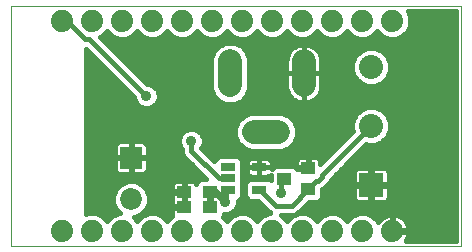
<source format=gtl>
G75*
%MOIN*%
%OFA0B0*%
%FSLAX25Y25*%
%IPPOS*%
%LPD*%
%AMOC8*
5,1,8,0,0,1.08239X$1,22.5*
%
%ADD10C,0.00000*%
%ADD11R,0.04724X0.03937*%
%ADD12R,0.04500X0.04000*%
%ADD13R,0.08000X0.08000*%
%ADD14C,0.08000*%
%ADD15C,0.08000*%
%ADD16R,0.07283X0.07283*%
%ADD17C,0.07283*%
%ADD18C,0.07400*%
%ADD19R,0.04724X0.02717*%
%ADD20C,0.01600*%
%ADD21C,0.03562*%
%ADD22C,0.02400*%
D10*
X0088000Y0011800D02*
X0088000Y0091800D01*
X0238000Y0091800D01*
X0238000Y0011800D01*
X0088000Y0011800D01*
D11*
X0145677Y0024792D03*
X0154339Y0024792D03*
X0154339Y0029792D03*
X0145677Y0029792D03*
D12*
X0179000Y0034280D03*
X0187000Y0030780D03*
X0187000Y0037780D03*
D13*
X0208000Y0032115D03*
D14*
X0208000Y0051800D03*
X0208000Y0071485D03*
D15*
X0185500Y0073300D02*
X0185500Y0065300D01*
X0161000Y0065300D02*
X0161000Y0073300D01*
X0169000Y0049800D02*
X0177000Y0049800D01*
D16*
X0128000Y0041190D03*
D17*
X0128000Y0027410D03*
D18*
X0125000Y0016800D03*
X0115000Y0016800D03*
X0105000Y0016800D03*
X0135000Y0016800D03*
X0145000Y0016800D03*
X0155000Y0016800D03*
X0165000Y0016800D03*
X0175000Y0016800D03*
X0185000Y0016800D03*
X0195000Y0016800D03*
X0205000Y0016800D03*
X0215000Y0016800D03*
X0215000Y0086800D03*
X0205000Y0086800D03*
X0195000Y0086800D03*
X0185000Y0086800D03*
X0175000Y0086800D03*
X0165000Y0086800D03*
X0155000Y0086800D03*
X0145000Y0086800D03*
X0135000Y0086800D03*
X0125000Y0086800D03*
X0115000Y0086800D03*
X0105000Y0086800D03*
D19*
X0160401Y0038040D03*
X0160401Y0034300D03*
X0160401Y0030560D03*
X0170638Y0030560D03*
X0170638Y0038040D03*
D20*
X0166476Y0038040D01*
X0166476Y0036445D01*
X0166599Y0035987D01*
X0166836Y0035577D01*
X0167171Y0035242D01*
X0167581Y0035005D01*
X0168039Y0034882D01*
X0170638Y0034882D01*
X0170638Y0038040D01*
X0170638Y0038040D01*
X0170638Y0038040D01*
X0166476Y0038040D01*
X0166476Y0039635D01*
X0166599Y0040093D01*
X0166836Y0040504D01*
X0167171Y0040839D01*
X0167581Y0041076D01*
X0168039Y0041198D01*
X0170638Y0041198D01*
X0170638Y0038040D01*
X0170638Y0034882D01*
X0173237Y0034882D01*
X0173695Y0035005D01*
X0174106Y0035242D01*
X0174441Y0035577D01*
X0174450Y0035593D01*
X0174450Y0033721D01*
X0173953Y0034218D01*
X0167323Y0034218D01*
X0165976Y0032871D01*
X0165976Y0028249D01*
X0167323Y0026902D01*
X0170243Y0026902D01*
X0173681Y0023463D01*
X0174344Y0022800D01*
X0173807Y0022800D01*
X0171601Y0021887D01*
X0170000Y0020285D01*
X0168399Y0021887D01*
X0166193Y0022800D01*
X0163807Y0022800D01*
X0161601Y0021887D01*
X0160000Y0020285D01*
X0158708Y0021578D01*
X0159001Y0021871D01*
X0159001Y0022419D01*
X0160212Y0022419D01*
X0161712Y0023040D01*
X0162860Y0024188D01*
X0163481Y0025688D01*
X0163481Y0026902D01*
X0163716Y0026902D01*
X0165063Y0028249D01*
X0165063Y0040351D01*
X0163716Y0041698D01*
X0157086Y0041698D01*
X0155739Y0040351D01*
X0155739Y0040113D01*
X0151412Y0044440D01*
X0151460Y0044488D01*
X0152081Y0045988D01*
X0152081Y0047612D01*
X0151460Y0049112D01*
X0150312Y0050260D01*
X0148812Y0050881D01*
X0147188Y0050881D01*
X0145688Y0050260D01*
X0144540Y0049112D01*
X0143919Y0047612D01*
X0143919Y0045988D01*
X0144540Y0044488D01*
X0144900Y0044128D01*
X0144900Y0042852D01*
X0145372Y0041712D01*
X0153024Y0034061D01*
X0151024Y0034061D01*
X0149676Y0032713D01*
X0149676Y0032525D01*
X0149480Y0032866D01*
X0149145Y0033201D01*
X0148734Y0033438D01*
X0148276Y0033561D01*
X0145861Y0033561D01*
X0145861Y0029976D01*
X0145493Y0029976D01*
X0145493Y0029608D01*
X0141515Y0029608D01*
X0141515Y0027587D01*
X0141594Y0027292D01*
X0141515Y0026998D01*
X0141515Y0024976D01*
X0145493Y0024976D01*
X0145493Y0024608D01*
X0141515Y0024608D01*
X0141515Y0022587D01*
X0141638Y0022129D01*
X0141744Y0021945D01*
X0141601Y0021887D01*
X0140000Y0020285D01*
X0138399Y0021887D01*
X0136193Y0022800D01*
X0133807Y0022800D01*
X0131601Y0021887D01*
X0130000Y0020285D01*
X0128817Y0021469D01*
X0129182Y0021469D01*
X0131366Y0022373D01*
X0133037Y0024045D01*
X0133942Y0026228D01*
X0133942Y0028592D01*
X0133037Y0030776D01*
X0131366Y0032447D01*
X0129182Y0033352D01*
X0126818Y0033352D01*
X0124634Y0032447D01*
X0122963Y0030776D01*
X0122058Y0028592D01*
X0122058Y0026228D01*
X0122963Y0024045D01*
X0124207Y0022800D01*
X0123807Y0022800D01*
X0121601Y0021887D01*
X0120000Y0020285D01*
X0118399Y0021887D01*
X0116193Y0022800D01*
X0113807Y0022800D01*
X0113000Y0022466D01*
X0113000Y0077416D01*
X0128919Y0061497D01*
X0128919Y0060988D01*
X0129540Y0059488D01*
X0130688Y0058340D01*
X0132188Y0057719D01*
X0133812Y0057719D01*
X0135312Y0058340D01*
X0136460Y0059488D01*
X0137081Y0060988D01*
X0137081Y0062612D01*
X0136460Y0064112D01*
X0135312Y0065260D01*
X0133812Y0065881D01*
X0133303Y0065881D01*
X0117742Y0081442D01*
X0118399Y0081713D01*
X0120000Y0083315D01*
X0121601Y0081713D01*
X0123807Y0080800D01*
X0126193Y0080800D01*
X0128399Y0081713D01*
X0130000Y0083315D01*
X0131601Y0081713D01*
X0133807Y0080800D01*
X0136193Y0080800D01*
X0138399Y0081713D01*
X0140000Y0083315D01*
X0141601Y0081713D01*
X0143807Y0080800D01*
X0146193Y0080800D01*
X0148399Y0081713D01*
X0150000Y0083315D01*
X0151601Y0081713D01*
X0153807Y0080800D01*
X0156193Y0080800D01*
X0158399Y0081713D01*
X0160000Y0083315D01*
X0161601Y0081713D01*
X0163807Y0080800D01*
X0166193Y0080800D01*
X0168399Y0081713D01*
X0170000Y0083315D01*
X0171601Y0081713D01*
X0173807Y0080800D01*
X0176193Y0080800D01*
X0178399Y0081713D01*
X0180000Y0083315D01*
X0181601Y0081713D01*
X0183807Y0080800D01*
X0186193Y0080800D01*
X0188399Y0081713D01*
X0190000Y0083315D01*
X0191601Y0081713D01*
X0193807Y0080800D01*
X0196193Y0080800D01*
X0198399Y0081713D01*
X0200000Y0083315D01*
X0201601Y0081713D01*
X0203807Y0080800D01*
X0206193Y0080800D01*
X0208399Y0081713D01*
X0210000Y0083315D01*
X0211601Y0081713D01*
X0213807Y0080800D01*
X0216193Y0080800D01*
X0218399Y0081713D01*
X0220087Y0083401D01*
X0221000Y0085607D01*
X0221000Y0087993D01*
X0220169Y0090000D01*
X0236200Y0090000D01*
X0236200Y0013600D01*
X0219473Y0013600D01*
X0219704Y0013917D01*
X0220097Y0014689D01*
X0220365Y0015512D01*
X0220500Y0016367D01*
X0220500Y0016600D01*
X0215200Y0016600D01*
X0215200Y0017000D01*
X0214800Y0017000D01*
X0214800Y0022300D01*
X0214567Y0022300D01*
X0213712Y0022165D01*
X0212889Y0021897D01*
X0212117Y0021504D01*
X0211417Y0020995D01*
X0210805Y0020383D01*
X0210299Y0019686D01*
X0210087Y0020199D01*
X0208399Y0021887D01*
X0206193Y0022800D01*
X0203807Y0022800D01*
X0201601Y0021887D01*
X0200000Y0020285D01*
X0198399Y0021887D01*
X0196193Y0022800D01*
X0193807Y0022800D01*
X0191601Y0021887D01*
X0190000Y0020285D01*
X0188399Y0021887D01*
X0186193Y0022800D01*
X0183807Y0022800D01*
X0181601Y0021887D01*
X0180000Y0020285D01*
X0178399Y0021887D01*
X0177838Y0022119D01*
X0182055Y0022119D01*
X0183195Y0022591D01*
X0187084Y0026480D01*
X0190203Y0026480D01*
X0191550Y0027828D01*
X0191550Y0030683D01*
X0191959Y0030852D01*
X0192831Y0031724D01*
X0193306Y0032200D01*
X0194178Y0033072D01*
X0194547Y0033963D01*
X0206278Y0045694D01*
X0206747Y0045500D01*
X0209253Y0045500D01*
X0211569Y0046459D01*
X0213341Y0048231D01*
X0214300Y0050547D01*
X0214300Y0053053D01*
X0213341Y0055369D01*
X0211569Y0057141D01*
X0209253Y0058100D01*
X0206747Y0058100D01*
X0204431Y0057141D01*
X0202659Y0055369D01*
X0201700Y0053053D01*
X0201700Y0050547D01*
X0201894Y0050078D01*
X0191050Y0039234D01*
X0191050Y0040017D01*
X0190927Y0040475D01*
X0190690Y0040886D01*
X0190355Y0041221D01*
X0189945Y0041458D01*
X0189487Y0041580D01*
X0187200Y0041580D01*
X0187200Y0037980D01*
X0186800Y0037980D01*
X0186800Y0037580D01*
X0183203Y0037580D01*
X0182203Y0038580D01*
X0175797Y0038580D01*
X0174800Y0037583D01*
X0174800Y0038040D01*
X0170638Y0038040D01*
X0170638Y0038040D01*
X0170638Y0038040D01*
X0170638Y0041198D01*
X0173237Y0041198D01*
X0173695Y0041076D01*
X0174106Y0040839D01*
X0174441Y0040504D01*
X0174678Y0040093D01*
X0174800Y0039635D01*
X0174800Y0038040D01*
X0170638Y0038040D01*
X0170638Y0037376D02*
X0170638Y0037376D01*
X0170638Y0035778D02*
X0170638Y0035778D01*
X0167284Y0034179D02*
X0165063Y0034179D01*
X0165063Y0032581D02*
X0165976Y0032581D01*
X0165976Y0030982D02*
X0165063Y0030982D01*
X0165063Y0029384D02*
X0165976Y0029384D01*
X0166440Y0027785D02*
X0164600Y0027785D01*
X0163481Y0026187D02*
X0170958Y0026187D01*
X0172556Y0024588D02*
X0163025Y0024588D01*
X0161590Y0022990D02*
X0174155Y0022990D01*
X0176310Y0025219D02*
X0181439Y0025219D01*
X0187000Y0030780D01*
X0189700Y0033480D01*
X0190203Y0033480D01*
X0191550Y0034828D01*
X0191550Y0035350D01*
X0208000Y0051800D01*
X0214300Y0051763D02*
X0236200Y0051763D01*
X0236200Y0053361D02*
X0214172Y0053361D01*
X0213510Y0054960D02*
X0236200Y0054960D01*
X0236200Y0056558D02*
X0212151Y0056558D01*
X0203849Y0056558D02*
X0113000Y0056558D01*
X0113000Y0054960D02*
X0165250Y0054960D01*
X0165431Y0055141D02*
X0163659Y0053369D01*
X0162700Y0051053D01*
X0162700Y0048547D01*
X0163659Y0046231D01*
X0165431Y0044459D01*
X0167747Y0043500D01*
X0178253Y0043500D01*
X0180569Y0044459D01*
X0182341Y0046231D01*
X0183300Y0048547D01*
X0183300Y0051053D01*
X0182341Y0053369D01*
X0180569Y0055141D01*
X0178253Y0056100D01*
X0167747Y0056100D01*
X0165431Y0055141D01*
X0163656Y0053361D02*
X0113000Y0053361D01*
X0113000Y0051763D02*
X0162994Y0051763D01*
X0162700Y0050164D02*
X0150407Y0050164D01*
X0151686Y0048566D02*
X0162700Y0048566D01*
X0163354Y0046967D02*
X0152081Y0046967D01*
X0148000Y0046800D02*
X0148000Y0043468D01*
X0157086Y0034382D01*
X0160319Y0034382D01*
X0160401Y0034300D01*
X0165063Y0035778D02*
X0166720Y0035778D01*
X0166476Y0037376D02*
X0165063Y0037376D01*
X0165063Y0038975D02*
X0166476Y0038975D01*
X0166905Y0040573D02*
X0164841Y0040573D01*
X0167094Y0043770D02*
X0152082Y0043770D01*
X0151824Y0045369D02*
X0164522Y0045369D01*
X0170638Y0040573D02*
X0170638Y0040573D01*
X0170638Y0038975D02*
X0170638Y0038975D01*
X0174371Y0040573D02*
X0183129Y0040573D01*
X0183073Y0040475D02*
X0182950Y0040017D01*
X0182950Y0037980D01*
X0186800Y0037980D01*
X0186800Y0041580D01*
X0184513Y0041580D01*
X0184055Y0041458D01*
X0183645Y0041221D01*
X0183310Y0040886D01*
X0183073Y0040475D01*
X0182950Y0038975D02*
X0174800Y0038975D01*
X0178906Y0043770D02*
X0195586Y0043770D01*
X0197185Y0045369D02*
X0181478Y0045369D01*
X0182646Y0046967D02*
X0198783Y0046967D01*
X0200382Y0048566D02*
X0183300Y0048566D01*
X0183300Y0050164D02*
X0201858Y0050164D01*
X0201700Y0051763D02*
X0183006Y0051763D01*
X0182344Y0053361D02*
X0201828Y0053361D01*
X0202490Y0054960D02*
X0180750Y0054960D01*
X0184142Y0059643D02*
X0185044Y0059500D01*
X0185500Y0059500D01*
X0185956Y0059500D01*
X0186858Y0059643D01*
X0187726Y0059925D01*
X0188540Y0060339D01*
X0189278Y0060876D01*
X0189924Y0061522D01*
X0190461Y0062260D01*
X0190875Y0063074D01*
X0191157Y0063942D01*
X0191300Y0064844D01*
X0191300Y0069300D01*
X0191300Y0073756D01*
X0191157Y0074658D01*
X0190875Y0075526D01*
X0190461Y0076340D01*
X0189924Y0077078D01*
X0189278Y0077724D01*
X0188540Y0078261D01*
X0187726Y0078675D01*
X0186858Y0078957D01*
X0185956Y0079100D01*
X0185500Y0079100D01*
X0185500Y0069300D01*
X0191300Y0069300D01*
X0185500Y0069300D01*
X0185500Y0069300D01*
X0185500Y0069300D01*
X0185500Y0059500D01*
X0185500Y0069300D01*
X0185500Y0069300D01*
X0185500Y0069300D01*
X0179700Y0069300D01*
X0179700Y0073756D01*
X0179843Y0074658D01*
X0180125Y0075526D01*
X0180539Y0076340D01*
X0181076Y0077078D01*
X0181722Y0077724D01*
X0182460Y0078261D01*
X0183274Y0078675D01*
X0184142Y0078957D01*
X0185044Y0079100D01*
X0185500Y0079100D01*
X0185500Y0069300D01*
X0179700Y0069300D01*
X0179700Y0064844D01*
X0179843Y0063942D01*
X0180125Y0063074D01*
X0180539Y0062260D01*
X0181076Y0061522D01*
X0181722Y0060876D01*
X0182460Y0060339D01*
X0183274Y0059925D01*
X0184142Y0059643D01*
X0183795Y0059755D02*
X0164077Y0059755D01*
X0164569Y0059959D02*
X0166341Y0061731D01*
X0167300Y0064047D01*
X0167300Y0074553D01*
X0166341Y0076869D01*
X0164569Y0078641D01*
X0162253Y0079600D01*
X0159747Y0079600D01*
X0157431Y0078641D01*
X0155659Y0076869D01*
X0154700Y0074553D01*
X0154700Y0064047D01*
X0155659Y0061731D01*
X0157431Y0059959D01*
X0159747Y0059000D01*
X0162253Y0059000D01*
X0164569Y0059959D01*
X0165963Y0061354D02*
X0181244Y0061354D01*
X0180187Y0062952D02*
X0166847Y0062952D01*
X0167300Y0064551D02*
X0179746Y0064551D01*
X0179700Y0066149D02*
X0167300Y0066149D01*
X0167300Y0067748D02*
X0179700Y0067748D01*
X0179700Y0069346D02*
X0167300Y0069346D01*
X0167300Y0070945D02*
X0179700Y0070945D01*
X0179700Y0072543D02*
X0167300Y0072543D01*
X0167300Y0074142D02*
X0179761Y0074142D01*
X0180234Y0075740D02*
X0166808Y0075740D01*
X0165871Y0077339D02*
X0181337Y0077339D01*
X0184081Y0078937D02*
X0163853Y0078937D01*
X0158147Y0078937D02*
X0120247Y0078937D01*
X0121845Y0077339D02*
X0156129Y0077339D01*
X0155192Y0075740D02*
X0123444Y0075740D01*
X0125042Y0074142D02*
X0154700Y0074142D01*
X0154700Y0072543D02*
X0126641Y0072543D01*
X0128239Y0070945D02*
X0154700Y0070945D01*
X0154700Y0069346D02*
X0129838Y0069346D01*
X0131436Y0067748D02*
X0154700Y0067748D01*
X0154700Y0066149D02*
X0133035Y0066149D01*
X0136021Y0064551D02*
X0154700Y0064551D01*
X0155153Y0062952D02*
X0136940Y0062952D01*
X0137081Y0061354D02*
X0156037Y0061354D01*
X0157923Y0059755D02*
X0136570Y0059755D01*
X0133000Y0061800D02*
X0114000Y0080800D01*
X0112515Y0080800D01*
X0106515Y0086800D01*
X0105000Y0086800D01*
X0118820Y0082134D02*
X0121180Y0082134D01*
X0118648Y0080536D02*
X0236200Y0080536D01*
X0236200Y0082134D02*
X0218820Y0082134D01*
X0220224Y0083733D02*
X0236200Y0083733D01*
X0236200Y0085332D02*
X0220886Y0085332D01*
X0221000Y0086930D02*
X0236200Y0086930D01*
X0236200Y0088529D02*
X0220778Y0088529D01*
X0211180Y0082134D02*
X0208820Y0082134D01*
X0201180Y0082134D02*
X0198820Y0082134D01*
X0191180Y0082134D02*
X0188820Y0082134D01*
X0186919Y0078937D02*
X0236200Y0078937D01*
X0236200Y0077339D02*
X0210330Y0077339D01*
X0209253Y0077785D02*
X0211569Y0076826D01*
X0213341Y0075054D01*
X0214300Y0072738D01*
X0214300Y0070232D01*
X0213341Y0067916D01*
X0211569Y0066144D01*
X0209253Y0065185D01*
X0206747Y0065185D01*
X0204431Y0066144D01*
X0202659Y0067916D01*
X0201700Y0070232D01*
X0201700Y0072738D01*
X0202659Y0075054D01*
X0204431Y0076826D01*
X0206747Y0077785D01*
X0209253Y0077785D01*
X0205670Y0077339D02*
X0189663Y0077339D01*
X0190766Y0075740D02*
X0203346Y0075740D01*
X0202281Y0074142D02*
X0191239Y0074142D01*
X0191300Y0072543D02*
X0201700Y0072543D01*
X0201700Y0070945D02*
X0191300Y0070945D01*
X0191300Y0069346D02*
X0202067Y0069346D01*
X0202828Y0067748D02*
X0191300Y0067748D01*
X0191300Y0066149D02*
X0204426Y0066149D01*
X0211574Y0066149D02*
X0236200Y0066149D01*
X0236200Y0064551D02*
X0191254Y0064551D01*
X0190813Y0062952D02*
X0236200Y0062952D01*
X0236200Y0061354D02*
X0189756Y0061354D01*
X0187204Y0059755D02*
X0236200Y0059755D01*
X0236200Y0058157D02*
X0134869Y0058157D01*
X0131131Y0058157D02*
X0113000Y0058157D01*
X0113000Y0059755D02*
X0129430Y0059755D01*
X0128919Y0061354D02*
X0113000Y0061354D01*
X0113000Y0062952D02*
X0127464Y0062952D01*
X0125865Y0064551D02*
X0113000Y0064551D01*
X0113000Y0066149D02*
X0124267Y0066149D01*
X0122668Y0067748D02*
X0113000Y0067748D01*
X0113000Y0069346D02*
X0121070Y0069346D01*
X0119471Y0070945D02*
X0113000Y0070945D01*
X0113000Y0072543D02*
X0117873Y0072543D01*
X0116274Y0074142D02*
X0113000Y0074142D01*
X0113000Y0075740D02*
X0114675Y0075740D01*
X0113077Y0077339D02*
X0113000Y0077339D01*
X0128820Y0082134D02*
X0131180Y0082134D01*
X0138820Y0082134D02*
X0141180Y0082134D01*
X0148820Y0082134D02*
X0151180Y0082134D01*
X0158820Y0082134D02*
X0161180Y0082134D01*
X0168820Y0082134D02*
X0171180Y0082134D01*
X0178820Y0082134D02*
X0181180Y0082134D01*
X0185500Y0078937D02*
X0185500Y0078937D01*
X0185500Y0077339D02*
X0185500Y0077339D01*
X0185500Y0075740D02*
X0185500Y0075740D01*
X0185500Y0074142D02*
X0185500Y0074142D01*
X0185500Y0072543D02*
X0185500Y0072543D01*
X0185500Y0070945D02*
X0185500Y0070945D01*
X0185500Y0069346D02*
X0185500Y0069346D01*
X0185500Y0067748D02*
X0185500Y0067748D01*
X0185500Y0066149D02*
X0185500Y0066149D01*
X0185500Y0064551D02*
X0185500Y0064551D01*
X0185500Y0062952D02*
X0185500Y0062952D01*
X0185500Y0061354D02*
X0185500Y0061354D01*
X0185500Y0059755D02*
X0185500Y0059755D01*
X0213172Y0067748D02*
X0236200Y0067748D01*
X0236200Y0069346D02*
X0213933Y0069346D01*
X0214300Y0070945D02*
X0236200Y0070945D01*
X0236200Y0072543D02*
X0214300Y0072543D01*
X0213719Y0074142D02*
X0236200Y0074142D01*
X0236200Y0075740D02*
X0212654Y0075740D01*
X0214142Y0050164D02*
X0236200Y0050164D01*
X0236200Y0048566D02*
X0213479Y0048566D01*
X0212077Y0046967D02*
X0236200Y0046967D01*
X0236200Y0045369D02*
X0205953Y0045369D01*
X0204354Y0043770D02*
X0236200Y0043770D01*
X0236200Y0042172D02*
X0202756Y0042172D01*
X0201157Y0040573D02*
X0236200Y0040573D01*
X0236200Y0038975D02*
X0199559Y0038975D01*
X0197960Y0037376D02*
X0202716Y0037376D01*
X0202560Y0037220D02*
X0202323Y0036810D01*
X0202200Y0036352D01*
X0202200Y0032465D01*
X0207650Y0032465D01*
X0207650Y0037915D01*
X0203763Y0037915D01*
X0203305Y0037792D01*
X0202895Y0037555D01*
X0202560Y0037220D01*
X0202200Y0035778D02*
X0196362Y0035778D01*
X0194763Y0034179D02*
X0202200Y0034179D01*
X0202200Y0032581D02*
X0193687Y0032581D01*
X0192089Y0030982D02*
X0202200Y0030982D01*
X0202200Y0031765D02*
X0202200Y0027878D01*
X0202323Y0027420D01*
X0202560Y0027010D01*
X0202895Y0026675D01*
X0203305Y0026438D01*
X0203763Y0026315D01*
X0207650Y0026315D01*
X0207650Y0031765D01*
X0202200Y0031765D01*
X0202200Y0029384D02*
X0191550Y0029384D01*
X0191507Y0027785D02*
X0202225Y0027785D01*
X0207650Y0027785D02*
X0208350Y0027785D01*
X0208350Y0029384D02*
X0207650Y0029384D01*
X0207650Y0030982D02*
X0208350Y0030982D01*
X0208350Y0031765D02*
X0208350Y0026315D01*
X0212237Y0026315D01*
X0212695Y0026438D01*
X0213105Y0026675D01*
X0213440Y0027010D01*
X0213677Y0027420D01*
X0213800Y0027878D01*
X0213800Y0031765D01*
X0208350Y0031765D01*
X0208350Y0032465D01*
X0207650Y0032465D01*
X0207650Y0031765D01*
X0208350Y0031765D01*
X0208350Y0032465D02*
X0213800Y0032465D01*
X0213800Y0036352D01*
X0213677Y0036810D01*
X0213440Y0037220D01*
X0213105Y0037555D01*
X0212695Y0037792D01*
X0212237Y0037915D01*
X0208350Y0037915D01*
X0208350Y0032465D01*
X0208350Y0032581D02*
X0207650Y0032581D01*
X0207650Y0034179D02*
X0208350Y0034179D01*
X0208350Y0035778D02*
X0207650Y0035778D01*
X0207650Y0037376D02*
X0208350Y0037376D01*
X0213284Y0037376D02*
X0236200Y0037376D01*
X0236200Y0035778D02*
X0213800Y0035778D01*
X0213800Y0034179D02*
X0236200Y0034179D01*
X0236200Y0032581D02*
X0213800Y0032581D01*
X0213800Y0030982D02*
X0236200Y0030982D01*
X0236200Y0029384D02*
X0213800Y0029384D01*
X0213775Y0027785D02*
X0236200Y0027785D01*
X0236200Y0026187D02*
X0186790Y0026187D01*
X0185192Y0024588D02*
X0236200Y0024588D01*
X0236200Y0022990D02*
X0183593Y0022990D01*
X0181106Y0021391D02*
X0178894Y0021391D01*
X0171106Y0021391D02*
X0168894Y0021391D01*
X0161106Y0021391D02*
X0158894Y0021391D01*
X0145861Y0024976D02*
X0145493Y0024976D01*
X0145493Y0028561D01*
X0145493Y0029608D01*
X0145861Y0029608D01*
X0145861Y0024976D01*
X0145861Y0026187D02*
X0145493Y0026187D01*
X0145493Y0027785D02*
X0145861Y0027785D01*
X0145861Y0029384D02*
X0145493Y0029384D01*
X0145493Y0029976D02*
X0141515Y0029976D01*
X0141515Y0031998D01*
X0141638Y0032455D01*
X0141875Y0032866D01*
X0142210Y0033201D01*
X0142620Y0033438D01*
X0143078Y0033561D01*
X0145493Y0033561D01*
X0145493Y0029976D01*
X0145493Y0030982D02*
X0145861Y0030982D01*
X0145861Y0032581D02*
X0145493Y0032581D01*
X0149644Y0032581D02*
X0149676Y0032581D01*
X0152905Y0034179D02*
X0113000Y0034179D01*
X0113000Y0032581D02*
X0124956Y0032581D01*
X0123169Y0030982D02*
X0113000Y0030982D01*
X0113000Y0029384D02*
X0122386Y0029384D01*
X0122058Y0027785D02*
X0113000Y0027785D01*
X0113000Y0026187D02*
X0122076Y0026187D01*
X0122738Y0024588D02*
X0113000Y0024588D01*
X0113000Y0022990D02*
X0124018Y0022990D01*
X0121106Y0021391D02*
X0118894Y0021391D01*
X0128894Y0021391D02*
X0131106Y0021391D01*
X0131982Y0022990D02*
X0141515Y0022990D01*
X0141515Y0024588D02*
X0133262Y0024588D01*
X0133924Y0026187D02*
X0141515Y0026187D01*
X0141515Y0027785D02*
X0133942Y0027785D01*
X0133614Y0029384D02*
X0141515Y0029384D01*
X0141515Y0030982D02*
X0132831Y0030982D01*
X0131044Y0032581D02*
X0141710Y0032581D01*
X0133319Y0036853D02*
X0133082Y0036443D01*
X0132747Y0036108D01*
X0132337Y0035871D01*
X0131879Y0035748D01*
X0128184Y0035748D01*
X0128184Y0041005D01*
X0127816Y0041005D01*
X0127816Y0035748D01*
X0124121Y0035748D01*
X0123663Y0035871D01*
X0123253Y0036108D01*
X0122918Y0036443D01*
X0122681Y0036853D01*
X0122558Y0037311D01*
X0122558Y0041005D01*
X0127816Y0041005D01*
X0127816Y0041374D01*
X0127816Y0046631D01*
X0124121Y0046631D01*
X0123663Y0046509D01*
X0123253Y0046272D01*
X0122918Y0045937D01*
X0122681Y0045526D01*
X0122558Y0045068D01*
X0122558Y0041374D01*
X0127816Y0041374D01*
X0128184Y0041374D01*
X0128184Y0046631D01*
X0131879Y0046631D01*
X0132337Y0046509D01*
X0132747Y0046272D01*
X0133082Y0045937D01*
X0133319Y0045526D01*
X0133442Y0045068D01*
X0133442Y0041374D01*
X0128184Y0041374D01*
X0128184Y0041005D01*
X0133442Y0041005D01*
X0133442Y0037311D01*
X0133319Y0036853D01*
X0133442Y0037376D02*
X0149708Y0037376D01*
X0151306Y0035778D02*
X0131989Y0035778D01*
X0128184Y0035778D02*
X0127816Y0035778D01*
X0127816Y0037376D02*
X0128184Y0037376D01*
X0128184Y0038975D02*
X0127816Y0038975D01*
X0127816Y0040573D02*
X0128184Y0040573D01*
X0128184Y0042172D02*
X0127816Y0042172D01*
X0127816Y0043770D02*
X0128184Y0043770D01*
X0128184Y0045369D02*
X0127816Y0045369D01*
X0122639Y0045369D02*
X0113000Y0045369D01*
X0113000Y0043770D02*
X0122558Y0043770D01*
X0122558Y0042172D02*
X0113000Y0042172D01*
X0113000Y0040573D02*
X0122558Y0040573D01*
X0122558Y0038975D02*
X0113000Y0038975D01*
X0113000Y0037376D02*
X0122558Y0037376D01*
X0124011Y0035778D02*
X0113000Y0035778D01*
X0133442Y0038975D02*
X0148109Y0038975D01*
X0146511Y0040573D02*
X0133442Y0040573D01*
X0133442Y0042172D02*
X0145182Y0042172D01*
X0144900Y0043770D02*
X0133442Y0043770D01*
X0133361Y0045369D02*
X0144175Y0045369D01*
X0143919Y0046967D02*
X0113000Y0046967D01*
X0113000Y0048566D02*
X0144314Y0048566D01*
X0145593Y0050164D02*
X0113000Y0050164D01*
X0153680Y0042172D02*
X0193988Y0042172D01*
X0192389Y0040573D02*
X0190871Y0040573D01*
X0187200Y0040573D02*
X0186800Y0040573D01*
X0186800Y0038975D02*
X0187200Y0038975D01*
X0179000Y0034280D02*
X0178000Y0033280D01*
X0178000Y0029300D01*
X0176310Y0025219D02*
X0170969Y0030560D01*
X0170638Y0030560D01*
X0173992Y0034179D02*
X0174450Y0034179D01*
X0155961Y0040573D02*
X0155279Y0040573D01*
X0141106Y0021391D02*
X0138894Y0021391D01*
X0188894Y0021391D02*
X0191106Y0021391D01*
X0198894Y0021391D02*
X0201106Y0021391D01*
X0208894Y0021391D02*
X0211962Y0021391D01*
X0210376Y0019793D02*
X0210255Y0019793D01*
X0214800Y0019793D02*
X0215200Y0019793D01*
X0215200Y0021391D02*
X0214800Y0021391D01*
X0215200Y0022300D02*
X0215200Y0017000D01*
X0220500Y0017000D01*
X0220500Y0017233D01*
X0220365Y0018088D01*
X0220097Y0018911D01*
X0219704Y0019683D01*
X0219195Y0020383D01*
X0218583Y0020995D01*
X0217883Y0021504D01*
X0217111Y0021897D01*
X0216288Y0022165D01*
X0215433Y0022300D01*
X0215200Y0022300D01*
X0218038Y0021391D02*
X0236200Y0021391D01*
X0236200Y0019793D02*
X0219624Y0019793D01*
X0220330Y0018194D02*
X0236200Y0018194D01*
X0236200Y0016596D02*
X0220500Y0016596D01*
X0220197Y0014997D02*
X0236200Y0014997D01*
X0215200Y0018194D02*
X0214800Y0018194D01*
D21*
X0178000Y0029300D03*
X0159400Y0026500D03*
X0148000Y0046800D03*
X0133000Y0061800D03*
D22*
X0154339Y0029792D02*
X0156108Y0029792D01*
X0159400Y0026500D01*
X0159400Y0029559D01*
X0160401Y0030560D01*
X0154339Y0029792D02*
X0154339Y0024792D01*
M02*

</source>
